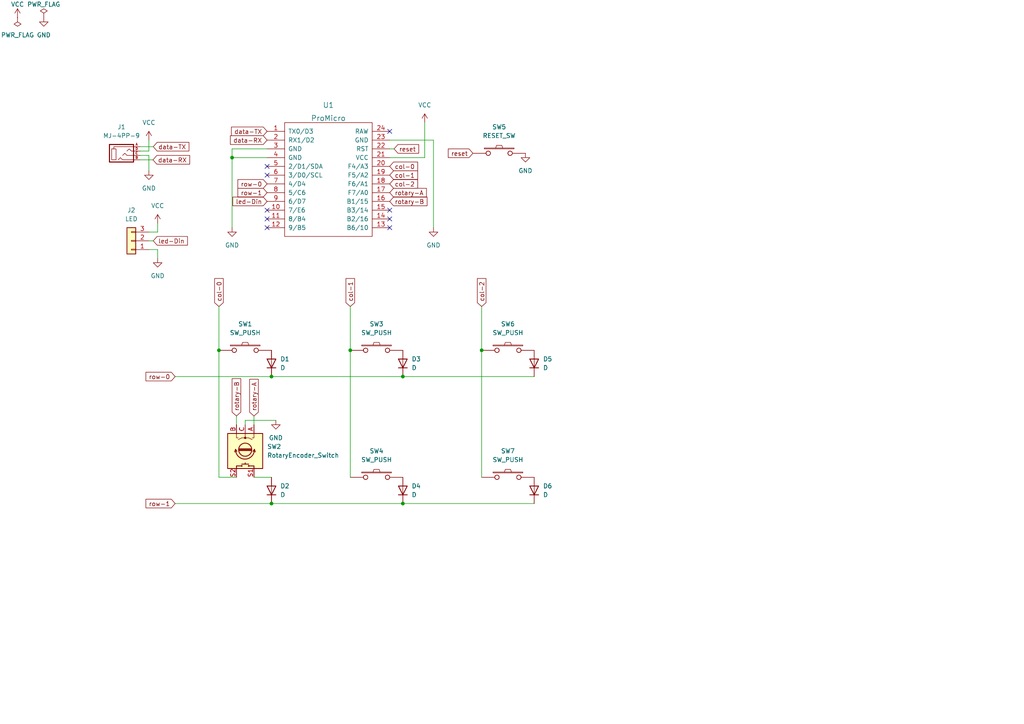
<source format=kicad_sch>
(kicad_sch (version 20211123) (generator eeschema)
  (paper "A4")
  (title_block (title "KeyboardPlayer") (date "2023-12-12"))
  (lib_symbols
    (symbol "Connector_Generic:Conn_01x03" (pin_names (offset 1.016) hide)
      (property "Reference" "J" (at 0 5.08 0))
      (property "Value" "Conn_01x03" (at 0 -5.08 0))
      (symbol "Conn_01x03_1_1"
        (rectangle (start -1.27 -2.413) (end 0 -2.667) (stroke (width 0.1524)))
        (rectangle (start -1.27 0.127) (end 0 -0.127) (stroke (width 0.1524)))
        (rectangle (start -1.27 2.667) (end 0 2.413) (stroke (width 0.1524)))
        (rectangle (start -1.27 3.81) (end 1.27 -3.81) (stroke (width 0.254)) (fill (type background)))
        (pin passive line (at -5.08 2.54 0) (length 3.81) (name "Pin_1") (number "1"))
        (pin passive line (at -5.08 0 0) (length 3.81) (name "Pin_2") (number "2"))
        (pin passive line (at -5.08 -2.54 0) (length 3.81) (name "Pin_3") (number "3"))
      )
    )
    (symbol "Device:D" (pin_numbers hide) (pin_names (offset 1.016) hide)
      (property "Reference" "D" (at 0 2.54 0))
      (property "Value" "D" (at 0 -2.54 0))
      (symbol "D_0_1"
        (polyline (pts (xy -1.27 1.27) (xy -1.27 -1.27)) (stroke (width 0.254)))
        (polyline (pts (xy 1.27 0) (xy -1.27 0)))
        (polyline (pts (xy 1.27 1.27) (xy 1.27 -1.27) (xy -1.27 0) (xy 1.27 1.27)) (stroke (width 0.254)))
      )
      (symbol "D_1_1"
        (pin passive line (at -3.81 0 0) (length 2.54) (name "K") (number "1"))
        (pin passive line (at 3.81 0 180) (length 2.54) (name "A") (number "2"))
      )
    )
    (symbol "Device:RotaryEncoder_Switch" (pin_names (offset 0.254) hide)
      (property "Reference" "SW" (at 0 6.604 0))
      (property "Value" "RotaryEncoder_Switch" (at 0 -6.604 0))
      (symbol "RotaryEncoder_Switch_0_1"
        (rectangle (start -5.08 5.08) (end 5.08 -5.08) (stroke (width 0.254)) (fill (type background)))
        (circle (center -3.81 0) (radius 0.254) (fill (type outline)))
        (arc (start -0.381 -2.794) (mid 2.3622 -0.0635) (end -0.381 2.667) (stroke (width 0.254)))
        (circle (center -0.381 0) (radius 1.905) (stroke (width 0.254)))
        (polyline (pts (xy -0.635 -1.778) (xy -0.635 1.778)) (stroke (width 0.254)))
        (polyline (pts (xy -0.381 -1.778) (xy -0.381 1.778)) (stroke (width 0.254)))
        (polyline (pts (xy -0.127 1.778) (xy -0.127 -1.778)) (stroke (width 0.254)))
        (polyline (pts (xy 3.81 0) (xy 3.429 0)) (stroke (width 0.254)))
        (polyline (pts (xy 3.81 1.016) (xy 3.81 -1.016)) (stroke (width 0.254)))
        (polyline (pts (xy -5.08 -2.54) (xy -3.81 -2.54) (xy -3.81 -2.032)))
        (polyline (pts (xy -5.08 2.54) (xy -3.81 2.54) (xy -3.81 2.032)))
        (polyline (pts (xy 0.254 -3.048) (xy -0.508 -2.794) (xy 0.127 -2.413)) (stroke (width 0.254)))
        (polyline (pts (xy 0.254 2.921) (xy -0.508 2.667) (xy 0.127 2.286)) (stroke (width 0.254)))
        (polyline (pts (xy 5.08 -2.54) (xy 4.318 -2.54) (xy 4.318 -1.016)) (stroke (width 0.254)))
        (polyline (pts (xy 5.08 2.54) (xy 4.318 2.54) (xy 4.318 1.016)) (stroke (width 0.254)))
        (polyline (pts (xy -5.08 0) (xy -3.81 0) (xy -3.81 -1.016) (xy -3.302 -2.032)))
        (polyline (pts (xy -4.318 0) (xy -3.81 0) (xy -3.81 1.016) (xy -3.302 2.032)))
        (circle (center 4.318 -1.016) (radius 0.127) (stroke (width 0.254)))
        (circle (center 4.318 1.016) (radius 0.127) (stroke (width 0.254)))
      )
      (symbol "RotaryEncoder_Switch_1_1"
        (pin passive line (at -7.62 2.54 0) (length 2.54) (name "A") (number "A"))
        (pin passive line (at -7.62 -2.54 0) (length 2.54) (name "B") (number "B"))
        (pin passive line (at -7.62 0 0) (length 2.54) (name "C") (number "C"))
        (pin passive line (at 7.62 2.54 180) (length 2.54) (name "S1") (number "S1"))
        (pin passive line (at 7.62 -2.54 180) (length 2.54) (name "S2") (number "S2"))
      )
    )
    (symbol "keyboard:MJ-4PP-9" (pin_names (offset 1.016))
      (property "Reference" "J" (at 0 3.81 0))
      (property "Value" "MJ-4PP-9" (at 0 -3.81 0))
      (symbol "MJ-4PP-9_0_1"
        (rectangle (start -1.905 -1.905) (end -3.175 1.27))
        (polyline (pts (xy -2.54 1.27) (xy -2.54 1.905) (xy 3.175 1.905)))
        (polyline (pts (xy -1.27 -1.905) (xy -0.635 -1.27) (xy 0 -1.905) (xy 3.175 -1.905)))
        (polyline (pts (xy 0 -0.635) (xy 0.635 0) (xy 1.27 -0.635) (xy 3.175 -0.635)))
        (polyline (pts (xy 1.27 0.635) (xy 1.905 1.27) (xy 2.54 0.635) (xy 3.175 0.635)))
        (rectangle (start 3.175 2.54) (end -3.81 -2.54) (stroke (width 0.3048)))
      )
      (symbol "MJ-4PP-9_1_1"
        (pin input line (at 5.08 1.905 180) (length 2.0066) (name "~") (number "A"))
        (pin input line (at 5.08 -1.905 180) (length 2.0066) (name "~") (number "B"))
        (pin input line (at 5.08 -0.635 180) (length 2.0066) (name "~") (number "C"))
        (pin input line (at 5.08 0.635 180) (length 2.0066) (name "~") (number "D"))
      )
    )
    (symbol "keyboard:ProMicro" (pin_names (offset 1.016))
      (property "Reference" "U" (at 0 19.05 0))
      (property "Value" "ProMicro" (at 0 -19.05 0))
      (symbol "ProMicro_0_1"
        (rectangle (start -12.7 16.51) (end 12.7 -16.51))
      )
      (symbol "ProMicro_1_1"
        (pin bidirectional line (at -17.78 13.97 0) (length 5.08) (name "TX0/D3") (number "1"))
        (pin bidirectional line (at -17.78 -8.89 0) (length 5.08) (name "7/E6") (number "10"))
        (pin bidirectional line (at -17.78 -11.43 0) (length 5.08) (name "8/B4") (number "11"))
        (pin bidirectional line (at -17.78 -13.97 0) (length 5.08) (name "9/B5") (number "12"))
        (pin bidirectional line (at 17.78 -13.97 180) (length 5.08) (name "B6/10") (number "13"))
        (pin bidirectional line (at 17.78 -11.43 180) (length 5.08) (name "B2/16") (number "14"))
        (pin bidirectional line (at 17.78 -8.89 180) (length 5.08) (name "B3/14") (number "15"))
        (pin bidirectional line (at 17.78 -6.35 180) (length 5.08) (name "B1/15") (number "16"))
        (pin bidirectional line (at 17.78 -3.81 180) (length 5.08) (name "F7/A0") (number "17"))
        (pin bidirectional line (at 17.78 -1.27 180) (length 5.08) (name "F6/A1") (number "18"))
        (pin bidirectional line (at 17.78 1.27 180) (length 5.08) (name "F5/A2") (number "19"))
        (pin bidirectional line (at -17.78 11.43 0) (length 5.08) (name "RX1/D2") (number "2"))
        (pin bidirectional line (at 17.78 3.81 180) (length 5.08) (name "F4/A3") (number "20"))
        (pin power_in line (at 17.78 6.35 180) (length 5.08) (name "VCC") (number "21"))
        (pin input line (at 17.78 8.89 180) (length 5.08) (name "RST") (number "22"))
        (pin power_in line (at 17.78 11.43 180) (length 5.08) (name "GND") (number "23"))
        (pin power_out line (at 17.78 13.97 180) (length 5.08) (name "RAW") (number "24"))
        (pin power_in line (at -17.78 8.89 0) (length 5.08) (name "GND") (number "3"))
        (pin power_in line (at -17.78 6.35 0) (length 5.08) (name "GND") (number "4"))
        (pin bidirectional line (at -17.78 3.81 0) (length 5.08) (name "2/D1/SDA") (number "5"))
        (pin bidirectional line (at -17.78 1.27 0) (length 5.08) (name "3/D0/SCL") (number "6"))
        (pin bidirectional line (at -17.78 -1.27 0) (length 5.08) (name "4/D4") (number "7"))
        (pin bidirectional line (at -17.78 -3.81 0) (length 5.08) (name "5/C6") (number "8"))
        (pin bidirectional line (at -17.78 -6.35 0) (length 5.08) (name "6/D7") (number "9"))
      )
    )
    (symbol "keyboard:SW_PUSH" (pin_numbers hide) (pin_names (offset 1.016) hide)
      (property "Reference" "SW" (at 3.81 2.794 0))
      (property "Value" "SW_PUSH" (at 0 -2.032 0))
      (symbol "SW_PUSH_0_1"
        (rectangle (start -4.318 1.27) (end 4.318 1.524))
        (polyline (pts (xy -1.016 1.524) (xy -0.762 2.286) (xy 0.762 2.286) (xy 1.016 1.524)))
        (pin passive inverted (at -7.62 0 0) (length 5.08) (name "1") (number "1"))
        (pin passive inverted (at 7.62 0 180) (length 5.08) (name "2") (number "2"))
      )
    )
    (symbol "power:GND" (power) (pin_names (offset 0))
      (property "Value" "GND" (at 0 -3.81 0))
      (symbol "GND_0_1"
        (polyline (pts (xy 0 0) (xy 0 -1.27) (xy 1.27 -1.27) (xy 0 -2.54) (xy -1.27 -1.27) (xy 0 -1.27)))
      )
      (symbol "GND_1_1"
        (pin power_in line (at 0 0 270) (length 0) hide (name "GND") (number "1"))
      )
    )
    (symbol "power:PWR_FLAG" (power) (pin_numbers hide) (pin_names (offset 0) hide)
      (property "Value" "PWR_FLAG" (at 0 3.81 0))
      (symbol "PWR_FLAG_0_0"
        (pin power_out line (at 0 0 90) (length 0) (name "pwr") (number "1"))
      )
      (symbol "PWR_FLAG_0_1"
        (polyline (pts (xy 0 0) (xy 0 1.27) (xy -1.016 1.905) (xy 0 2.54) (xy 1.016 1.905) (xy 0 1.27)))
      )
    )
    (symbol "power:VCC" (power) (pin_names (offset 0))
      (property "Value" "VCC" (at 0 3.81 0))
      (symbol "VCC_0_1"
        (polyline (pts (xy -0.762 1.27) (xy 0 2.54)))
        (polyline (pts (xy 0 0) (xy 0 2.54)))
        (polyline (pts (xy 0 2.54) (xy 0.762 1.27)))
      )
      (symbol "VCC_1_1"
        (pin power_in line (at 0 0 90) (length 0) hide (name "VCC") (number "1"))
      )
    )
  )
  (junction (at 116.84 109.22))
  (junction (at 78.74 146.05))
  (junction (at 101.6 101.6))
  (junction (at 139.7 101.6))
  (junction (at 63.5 101.6))
  (junction (at 67.31 45.72))
  (junction (at 78.74 109.22))
  (junction (at 116.84 146.05))
  (no_connect (at 77.47 48.26))
  (no_connect (at 77.47 50.8))
  (no_connect (at 113.03 66.04))
  (no_connect (at 113.03 63.5))
  (no_connect (at 113.03 60.96))
  (no_connect (at 113.03 38.1))
  (no_connect (at 77.47 60.96))
  (no_connect (at 77.47 63.5))
  (no_connect (at 77.47 66.04))
  (wire (pts (xy 43.18 69.85) (xy 44.45 69.85)))
  (wire (pts (xy 71.12 121.92) (xy 71.12 123.19)))
  (wire (pts (xy 116.84 109.22) (xy 154.94 109.22)))
  (wire (pts (xy 43.18 43.815) (xy 43.18 40.64)))
  (wire (pts (xy 63.5 101.6) (xy 63.5 138.43)))
  (wire (pts (xy 43.18 67.31) (xy 45.72 67.31)))
  (wire (pts (xy 139.7 101.6) (xy 139.7 138.43)))
  (wire (pts (xy 78.74 109.22) (xy 116.84 109.22)))
  (wire (pts (xy 50.8 109.22) (xy 78.74 109.22)))
  (wire (pts (xy 40.64 45.085) (xy 43.18 45.085)))
  (wire (pts (xy 73.66 120.65) (xy 73.66 123.19)))
  (wire (pts (xy 44.3677 46.355) (xy 40.64 46.355)))
  (wire (pts (xy 78.74 146.05) (xy 116.84 146.05)))
  (wire (pts (xy 123.19 45.72) (xy 113.03 45.72)))
  (wire (pts (xy 68.58 120.65) (xy 68.58 123.19)))
  (wire (pts (xy 67.31 45.72) (xy 67.31 66.04)))
  (wire (pts (xy 63.5 88.9) (xy 63.5 101.6)))
  (wire (pts (xy 125.73 40.64) (xy 125.73 66.04)))
  (wire (pts (xy 101.6 101.6) (xy 101.6 138.43)))
  (wire (pts (xy 43.18 72.39) (xy 45.72 72.39)))
  (wire (pts (xy 68.58 138.43) (xy 63.5 138.43)))
  (wire (pts (xy 113.03 40.64) (xy 125.73 40.64)))
  (wire (pts (xy 43.18 45.085) (xy 43.18 49.53)))
  (wire (pts (xy 44.4569 42.545) (xy 40.64 42.545)))
  (wire (pts (xy 113.03 43.18) (xy 114.3 43.18)))
  (wire (pts (xy 123.19 35.56) (xy 123.19 45.72)))
  (wire (pts (xy 45.72 72.39) (xy 45.72 74.93)))
  (wire (pts (xy 80.01 121.92) (xy 71.12 121.92)))
  (wire (pts (xy 67.31 45.72) (xy 77.47 45.72)))
  (wire (pts (xy 45.72 67.31) (xy 45.72 64.77)))
  (wire (pts (xy 73.66 138.43) (xy 78.74 138.43)))
  (wire (pts (xy 50.8 146.05) (xy 78.74 146.05)))
  (wire (pts (xy 67.31 43.18) (xy 67.31 45.72)))
  (wire (pts (xy 101.6 88.9) (xy 101.6 101.6)))
  (wire (pts (xy 139.7 88.9) (xy 139.7 101.6)))
  (wire (pts (xy 116.84 146.05) (xy 154.94 146.05)))
  (wire (pts (xy 40.64 43.815) (xy 43.18 43.815)))
  (wire (pts (xy 67.31 43.18) (xy 77.47 43.18)))
  (global_label "rotary-B" (shape input) (at 68.58 120.65 90) (property "シート間のリファレンス" "${INTERSHEET_REFS}" (effects hide)))
  (global_label "col-1" (shape input) (at 113.03 50.8 0) (property "シート間のリファレンス" "${INTERSHEET_REFS}" (effects hide)))
  (global_label "data-TX" (shape input) (at 77.47 38.1 180) (property "シート間のリファレンス" "${INTERSHEET_REFS}" (effects hide)))
  (global_label "rotary-B" (shape input) (at 113.03 58.42 0) (property "シート間のリファレンス" "${INTERSHEET_REFS}" (effects hide)))
  (global_label "col-0" (shape input) (at 63.5 88.9 90) (property "シート間のリファレンス" "${INTERSHEET_REFS}" (effects hide)))
  (global_label "row-0" (shape input) (at 50.8 109.22 180) (property "シート間のリファレンス" "${INTERSHEET_REFS}" (effects hide)))
  (global_label "col-0" (shape input) (at 113.03 48.26 0) (property "シート間のリファレンス" "${INTERSHEET_REFS}" (effects hide)))
  (global_label "row-1" (shape input) (at 77.47 55.88 180) (property "シート間のリファレンス" "${INTERSHEET_REFS}" (effects hide)))
  (global_label "reset" (shape input) (at 137.16 44.45 180) (property "シート間のリファレンス" "${INTERSHEET_REFS}" (effects hide)))
  (global_label "row-0" (shape input) (at 77.47 53.34 180) (property "シート間のリファレンス" "${INTERSHEET_REFS}" (effects hide)))
  (global_label "col-1" (shape input) (at 101.6 88.9 90) (property "シート間のリファレンス" "${INTERSHEET_REFS}" (effects hide)))
  (global_label "rotary-A" (shape input) (at 73.66 120.65 90) (property "シート間のリファレンス" "${INTERSHEET_REFS}" (effects hide)))
  (global_label "col-2" (shape input) (at 139.7 88.9 90) (property "シート間のリファレンス" "${INTERSHEET_REFS}" (effects hide)))
  (global_label "data-RX" (shape input) (at 77.47 40.64 180) (property "シート間のリファレンス" "${INTERSHEET_REFS}" (effects hide)))
  (global_label "row-1" (shape input) (at 50.8 146.05 180) (property "シート間のリファレンス" "${INTERSHEET_REFS}" (effects hide)))
  (global_label "data-RX" (shape input) (at 44.3677 46.355 0) (property "シート間のリファレンス" "${INTERSHEET_REFS}" (effects hide)))
  (global_label "col-2" (shape input) (at 113.03 53.34 0) (property "シート間のリファレンス" "${INTERSHEET_REFS}" (effects hide)))
  (global_label "led-Din" (shape input) (at 77.47 58.42 180) (property "シート間のリファレンス" "${INTERSHEET_REFS}" (effects hide)))
  (global_label "led-Din" (shape input) (at 44.45 69.85 0) (property "シート間のリファレンス" "${INTERSHEET_REFS}" (effects hide)))
  (global_label "rotary-A" (shape input) (at 113.03 55.88 0) (property "シート間のリファレンス" "${INTERSHEET_REFS}" (effects hide)))
  (global_label "data-TX" (shape input) (at 44.4569 42.545 0) (property "シート間のリファレンス" "${INTERSHEET_REFS}" (effects hide)))
  (global_label "reset" (shape input) (at 114.3 43.18 0) (property "シート間のリファレンス" "${INTERSHEET_REFS}" (effects hide)))
  (symbol (lib_id "Device:D") (at 116.84 105.41 90) (unit 1)
    (property "Reference" "D3" (at 119.38 104.1399 90) (effects (justify right)))
    (property "Value" "D" (at 119.38 106.6799 90) (effects (justify right)))
    (property "Footprint" "kbd.pretty:D3_TH_SMD_v2" (effects hide))
  )
  (symbol (lib_id "Device:D") (at 78.74 105.41 90) (unit 1)
    (property "Reference" "D1" (at 81.28 104.1399 90) (effects (justify right)))
    (property "Value" "D" (at 81.28 106.6799 90) (effects (justify right)))
    (property "Footprint" "kbd.pretty:D3_TH_SMD_v2" (effects hide))
  )
  (symbol (lib_id "power:VCC") (at 5.08 5.08 0) (unit 1)
    (property "Reference" "#PWR0108" (effects hide))
    (property "Value" "VCC" (at 5.08 1.27 0))
  )
  (symbol (lib_id "Connector_Generic:Conn_01x03") (at 38.1 69.85 180) (unit 1)
    (property "Reference" "J2" (at 38.1 60.96 0))
    (property "Value" "LED" (at 38.1 63.5 0))
    (property "Footprint" "kbd.pretty:StripLED_rev" (effects hide))
  )
  (symbol (lib_id "keyboard:SW_PUSH") (at 109.22 138.43 0) (unit 1)
    (property "Reference" "SW4" (at 109.22 130.81 0))
    (property "Value" "SW_PUSH" (at 109.22 133.35 0))
  )
  (symbol (lib_id "power:VCC") (at 45.72 64.77 0) (unit 1)
    (property "Reference" "#PWR0110" (effects hide))
    (property "Value" "VCC" (at 45.72 59.69 0))
  )
  (symbol (lib_id "keyboard:SW_PUSH") (at 147.32 138.43 0) (unit 1)
    (property "Reference" "SW7" (at 147.32 130.81 0))
    (property "Value" "SW_PUSH" (at 147.32 133.35 0))
  )
  (symbol (lib_id "Device:RotaryEncoder_Switch") (at 71.12 130.81 270) (unit 1)
    (property "Reference" "SW2" (at 77.47 129.5399 90) (effects (justify left)))
    (property "Value" "RotaryEncoder_Switch" (at 77.47 132.0799 90) (effects (justify left)))
  )
  (symbol (lib_id "power:GND") (at 67.31 66.04 0) (unit 1)
    (property "Reference" "#PWR0101" (effects hide))
    (property "Value" "GND" (at 67.31 71.12 0))
  )
  (symbol (lib_id "keyboard:MJ-4PP-9") (at 35.56 44.45 0) (unit 1)
    (property "Reference" "J1" (at 35.2425 36.83 0))
    (property "Value" "MJ-4PP-9" (at 35.2425 39.37 0))
    (property "Footprint" "kbd.pretty:MJ-4PP-9" (effects hide))
  )
  (symbol (lib_id "keyboard:SW_PUSH") (at 144.78 44.45 0) (unit 1)
    (property "Reference" "SW5" (at 144.78 36.83 0))
    (property "Value" "RESET_SW" (at 144.78 39.37 0))
    (property "Footprint" "kbd.pretty:ResetSW" (effects hide))
  )
  (symbol (lib_id "power:GND") (at 45.72 74.93 0) (unit 1)
    (property "Reference" "#PWR0111" (effects hide))
    (property "Value" "GND" (at 45.72 80.01 0))
  )
  (symbol (lib_id "power:GND") (at 125.73 66.04 0) (unit 1)
    (property "Reference" "#PWR0104" (effects hide))
    (property "Value" "GND" (at 125.73 71.12 0))
  )
  (symbol (lib_id "power:GND") (at 12.7 5.08 0) (unit 1)
    (property "Reference" "#PWR0107" (effects hide))
    (property "Value" "GND" (at 12.7 10.16 0))
  )
  (symbol (lib_id "Device:D") (at 154.94 105.41 90) (unit 1)
    (property "Reference" "D5" (at 157.48 104.1399 90) (effects (justify right)))
    (property "Value" "D" (at 157.48 106.6799 90) (effects (justify right)))
    (property "Footprint" "kbd.pretty:D3_TH_SMD_v2" (effects hide))
  )
  (symbol (lib_id "power:VCC") (at 43.18 40.64 0) (unit 1)
    (property "Reference" "#PWR0106" (effects hide))
    (property "Value" "VCC" (at 43.18 35.56 0))
  )
  (symbol (lib_id "keyboard:SW_PUSH") (at 109.22 101.6 0) (unit 1)
    (property "Reference" "SW3" (at 109.22 93.98 0))
    (property "Value" "SW_PUSH" (at 109.22 96.52 0))
  )
  (symbol (lib_id "keyboard:ProMicro") (at 95.25 52.07 0) (unit 1)
    (property "Reference" "U1" (at 95.25 30.48 0) (effects (font (size 1.524 1.524))))
    (property "Value" "ProMicro" (at 95.25 34.29 0) (effects (font (size 1.524 1.524))))
    (property "Footprint" "kbd.pretty:ProMicro_v2" (effects hide))
  )
  (symbol (lib_id "power:VCC") (at 123.19 35.56 0) (unit 1)
    (property "Reference" "#PWR0102" (effects hide))
    (property "Value" "VCC" (at 123.19 30.48 0))
  )
  (symbol (lib_id "keyboard:SW_PUSH") (at 147.32 101.6 0) (unit 1)
    (property "Reference" "SW6" (at 147.32 93.98 0))
    (property "Value" "SW_PUSH" (at 147.32 96.52 0))
  )
  (symbol (lib_id "power:GND") (at 43.18 49.53 0) (unit 1)
    (property "Reference" "#PWR0109" (effects hide))
    (property "Value" "GND" (at 43.18 54.61 0))
  )
  (symbol (lib_id "Device:D") (at 116.84 142.24 90) (unit 1)
    (property "Reference" "D4" (at 119.38 140.9699 90) (effects (justify right)))
    (property "Value" "D" (at 119.38 143.5099 90) (effects (justify right)))
    (property "Footprint" "kbd.pretty:D3_TH_SMD_v2" (effects hide))
  )
  (symbol (lib_id "power:GND") (at 152.4 44.45 0) (unit 1)
    (property "Reference" "#PWR0103" (effects hide))
    (property "Value" "GND" (at 152.4 49.53 0))
  )
  (symbol (lib_id "Device:D") (at 154.94 142.24 90) (unit 1)
    (property "Reference" "D6" (at 157.48 140.9699 90) (effects (justify right)))
    (property "Value" "D" (at 157.48 143.5099 90) (effects (justify right)))
    (property "Footprint" "kbd.pretty:D3_TH_SMD" (effects hide))
  )
  (symbol (lib_id "power:PWR_FLAG") (at 12.7 5.08 0) (unit 1)
    (property "Reference" "#FLG0102" (effects hide))
    (property "Value" "PWR_FLAG" (at 12.7 1.27 0))
  )
  (symbol (lib_id "power:PWR_FLAG") (at 5.08 5.08 180) (unit 1)
    (property "Reference" "#FLG0101" (effects hide))
    (property "Value" "PWR_FLAG" (at 5.08 10.16 0))
  )
  (symbol (lib_id "power:GND") (at 80.01 121.92 0) (unit 1)
    (property "Reference" "#PWR0105" (effects hide))
    (property "Value" "GND" (at 80.01 127 0))
  )
  (symbol (lib_id "keyboard:SW_PUSH") (at 71.12 101.6 0) (unit 1)
    (property "Reference" "SW1" (at 71.12 93.98 0))
    (property "Value" "SW_PUSH" (at 71.12 96.52 0))
  )
  (symbol (lib_id "Device:D") (at 78.74 142.24 90) (unit 1)
    (property "Reference" "D2" (at 81.28 140.9699 90) (effects (justify right)))
    (property "Value" "D" (at 81.28 143.5099 90) (effects (justify right)))
    (property "Footprint" "kbd.pretty:D3_TH_SMD_v2" (effects hide))
  )
)
</source>
